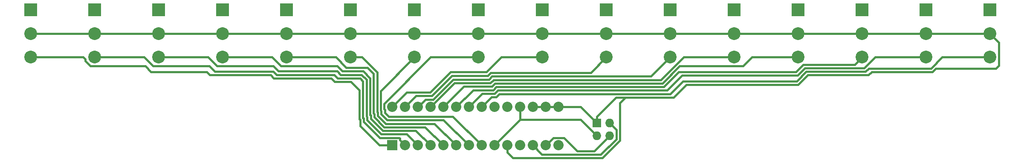
<source format=gbr>
G04 #@! TF.FileFunction,Copper,L2,Bot,Signal*
%FSLAX46Y46*%
G04 Gerber Fmt 4.6, Leading zero omitted, Abs format (unit mm)*
G04 Created by KiCad (PCBNEW 4.0.2-stable) date Tuesday, 09 August 2016 'pmt' 12:03:11*
%MOMM*%
G01*
G04 APERTURE LIST*
%ADD10C,0.100000*%
%ADD11R,1.727200X1.727200*%
%ADD12O,1.727200X1.727200*%
%ADD13R,2.032000X2.032000*%
%ADD14C,2.032000*%
%ADD15R,2.540000X2.540000*%
%ADD16C,2.540000*%
%ADD17C,0.400000*%
G04 APERTURE END LIST*
D10*
D11*
X188595000Y-41910000D03*
D12*
X191135000Y-41910000D03*
X188595000Y-44450000D03*
X191135000Y-44450000D03*
D13*
X147955000Y-46355000D03*
D14*
X150495000Y-46355000D03*
X153035000Y-46355000D03*
X155575000Y-46355000D03*
X158115000Y-46355000D03*
X160655000Y-46355000D03*
X163195000Y-46355000D03*
X165735000Y-46355000D03*
X168275000Y-46355000D03*
X170815000Y-46355000D03*
X173355000Y-46355000D03*
X175895000Y-46355000D03*
X178435000Y-46355000D03*
X180975000Y-46355000D03*
X180975000Y-38735000D03*
X178435000Y-38735000D03*
X175895000Y-38735000D03*
X173355000Y-38735000D03*
X170815000Y-38735000D03*
X168275000Y-38735000D03*
X165735000Y-38735000D03*
X163195000Y-38735000D03*
X160655000Y-38735000D03*
X158115000Y-38735000D03*
X155575000Y-38735000D03*
X153035000Y-38735000D03*
X150495000Y-38735000D03*
X147955000Y-38735000D03*
D15*
X266700000Y-19431000D03*
D16*
X266700000Y-24130000D03*
X266700000Y-28829000D03*
D15*
X254000000Y-19431000D03*
D16*
X254000000Y-24130000D03*
X254000000Y-28829000D03*
D15*
X241300000Y-19431000D03*
D16*
X241300000Y-24130000D03*
X241300000Y-28829000D03*
D15*
X228600000Y-19431000D03*
D16*
X228600000Y-24130000D03*
X228600000Y-28829000D03*
D15*
X215900000Y-19431000D03*
D16*
X215900000Y-24130000D03*
X215900000Y-28829000D03*
D15*
X203200000Y-19431000D03*
D16*
X203200000Y-24130000D03*
X203200000Y-28829000D03*
D15*
X190500000Y-19431000D03*
D16*
X190500000Y-24130000D03*
X190500000Y-28829000D03*
D15*
X177800000Y-19431000D03*
D16*
X177800000Y-24130000D03*
X177800000Y-28829000D03*
D15*
X165100000Y-19431000D03*
D16*
X165100000Y-24130000D03*
X165100000Y-28829000D03*
D15*
X152400000Y-19431000D03*
D16*
X152400000Y-24130000D03*
X152400000Y-28829000D03*
D15*
X139700000Y-19431000D03*
D16*
X139700000Y-24130000D03*
X139700000Y-28829000D03*
D15*
X127000000Y-19431000D03*
D16*
X127000000Y-24130000D03*
X127000000Y-28829000D03*
D15*
X114300000Y-19431000D03*
D16*
X114300000Y-24130000D03*
X114300000Y-28829000D03*
D15*
X101600000Y-19431000D03*
D16*
X101600000Y-24130000D03*
X101600000Y-28829000D03*
D15*
X88900000Y-19431000D03*
D16*
X88900000Y-24130000D03*
X88900000Y-28829000D03*
D15*
X76200000Y-19431000D03*
D16*
X76200000Y-24130000D03*
X76200000Y-28829000D03*
D17*
X179070000Y-24130000D02*
X166370000Y-24130000D01*
X166370000Y-24130000D02*
X76200000Y-24130000D01*
X177800000Y-24130000D02*
X166370000Y-24130000D01*
X177800000Y-24130000D02*
X190500000Y-24130000D01*
X180975000Y-38735000D02*
X178435000Y-38735000D01*
X256540000Y-24130000D02*
X179070000Y-24130000D01*
X177800000Y-24130000D02*
X179070000Y-24130000D01*
X88900000Y-24130000D02*
X76200000Y-24130000D01*
X101600000Y-24130000D02*
X88900000Y-24130000D01*
X114300000Y-24130000D02*
X101600000Y-24130000D01*
X127000000Y-24130000D02*
X114300000Y-24130000D01*
X139700000Y-24130000D02*
X127000000Y-24130000D01*
X152400000Y-24130000D02*
X139700000Y-24130000D01*
X165100000Y-24130000D02*
X152400000Y-24130000D01*
X177800000Y-24130000D02*
X165100000Y-24130000D01*
X203200000Y-24130000D02*
X177800000Y-24130000D01*
X203200000Y-24130000D02*
X215900000Y-24130000D01*
X228600000Y-24130000D02*
X241300000Y-24130000D01*
X215900000Y-24130000D02*
X228600000Y-24130000D01*
X254000000Y-24130000D02*
X241300000Y-24130000D01*
X266700000Y-24130000D02*
X256540000Y-24130000D01*
X256540000Y-24130000D02*
X254000000Y-24130000D01*
X266700000Y-24130000D02*
X268470001Y-25900001D01*
X268470001Y-25900001D02*
X268470001Y-30480000D01*
X268470001Y-30480000D02*
X267835001Y-31115000D01*
X230505000Y-32385000D02*
X228600000Y-34290000D01*
X267835001Y-31115000D02*
X255905000Y-31115000D01*
X242570000Y-32385000D02*
X230505000Y-32385000D01*
X255905000Y-31115000D02*
X255270000Y-31750000D01*
X228600000Y-34290000D02*
X206375000Y-34290000D01*
X255270000Y-31750000D02*
X243205000Y-31750000D01*
X243205000Y-31750000D02*
X242570000Y-32385000D01*
X203835000Y-36830000D02*
X194310000Y-36830000D01*
X206375000Y-34290000D02*
X203835000Y-36830000D01*
X192411400Y-36830000D02*
X194310000Y-36830000D01*
X193198611Y-45394482D02*
X193198611Y-37941389D01*
X193198611Y-37941389D02*
X194310000Y-36830000D01*
X171918160Y-48895000D02*
X189698094Y-48894999D01*
X189698094Y-48894999D02*
X193198611Y-45394482D01*
X170815000Y-46355000D02*
X170815000Y-47791840D01*
X170815000Y-47791840D02*
X171918160Y-48895000D01*
X188595000Y-41910000D02*
X188595000Y-40646400D01*
X185420000Y-38735000D02*
X188595000Y-41910000D01*
X180975000Y-38735000D02*
X185420000Y-38735000D01*
X188595000Y-40646400D02*
X192411400Y-36830000D01*
X175895000Y-38735000D02*
X180975000Y-38735000D01*
X177734989Y-48194989D02*
X175895000Y-46355000D01*
X192498601Y-45104529D02*
X189408141Y-48194989D01*
X192498601Y-43273601D02*
X192498601Y-45104529D01*
X191135000Y-41910000D02*
X192498601Y-43273601D01*
X189408141Y-48194989D02*
X177734989Y-48194989D01*
X173355000Y-41275000D02*
X185420000Y-41275000D01*
X185420000Y-41275000D02*
X188595000Y-44450000D01*
X173355000Y-38735000D02*
X173355000Y-41275000D01*
X173355000Y-41275000D02*
X168275000Y-46355000D01*
X184729908Y-47494978D02*
X188090022Y-47494978D01*
X178435000Y-46355000D02*
X179951001Y-44838999D01*
X182073929Y-44838999D02*
X184729908Y-47494978D01*
X179951001Y-44838999D02*
X182073929Y-44838999D01*
X188090022Y-47494978D02*
X191135000Y-44450000D01*
X88050399Y-30599001D02*
X86995000Y-29543602D01*
X86614000Y-28829000D02*
X76200000Y-28829000D01*
X141605000Y-41274998D02*
X141474981Y-41144979D01*
X136590010Y-33720010D02*
X135890000Y-33020000D01*
X141474981Y-35429981D02*
X139765010Y-33720010D01*
X139765010Y-33720010D02*
X136590010Y-33720010D01*
X86995000Y-29543602D02*
X86995000Y-29210000D01*
X141474981Y-41144979D02*
X141474981Y-35429981D01*
X147955000Y-46355000D02*
X145415000Y-46355000D01*
X123825000Y-32385000D02*
X111760000Y-32385000D01*
X135890000Y-33020000D02*
X124460000Y-33020000D01*
X124460000Y-33020000D02*
X123825000Y-32385000D01*
X145415000Y-46355000D02*
X141605000Y-42545000D01*
X141605000Y-42545000D02*
X141605000Y-41274998D01*
X111760000Y-32385000D02*
X111125000Y-31750000D01*
X111125000Y-31750000D02*
X100091998Y-31750000D01*
X100091998Y-31750000D02*
X98940999Y-30599001D01*
X98940999Y-30599001D02*
X88050399Y-30599001D01*
X86995000Y-29210000D02*
X86614000Y-28829000D01*
X88900000Y-28829000D02*
X98679000Y-28829000D01*
X111640999Y-30599001D02*
X112726987Y-31684989D01*
X149479001Y-45339001D02*
X150495000Y-46355000D01*
X149371001Y-44838999D02*
X149479001Y-44946999D01*
X142305011Y-41620046D02*
X145523964Y-44838999D01*
X142174992Y-40855025D02*
X142305011Y-40985044D01*
X137159999Y-33019999D02*
X141605000Y-33020000D01*
X112726987Y-31684989D02*
X124394989Y-31684989D01*
X125029989Y-32319989D02*
X136459989Y-32319989D01*
X100449001Y-30599001D02*
X111640999Y-30599001D01*
X149479001Y-44946999D02*
X149479001Y-45339001D01*
X98679000Y-28829000D02*
X100449001Y-30599001D01*
X141605000Y-33020000D02*
X142174991Y-33589991D01*
X136459989Y-32319989D02*
X137159999Y-33019999D01*
X124394989Y-31684989D02*
X125029989Y-32319989D01*
X142305011Y-40985044D02*
X142305011Y-41620046D01*
X145523964Y-44838999D02*
X149371001Y-44838999D01*
X142174991Y-33589991D02*
X142174992Y-40855025D01*
X150820054Y-44140054D02*
X153035000Y-46355000D01*
X143005022Y-40695090D02*
X143005022Y-41330091D01*
X142875002Y-40565070D02*
X143005022Y-40695090D01*
X141894954Y-32319989D02*
X142875002Y-33300037D01*
X137029978Y-31619978D02*
X137729989Y-32319989D01*
X101600000Y-28829000D02*
X111379000Y-28829000D01*
X137729989Y-32319989D02*
X141894954Y-32319989D01*
X142875002Y-33300037D02*
X142875002Y-40565070D01*
X113149001Y-30599001D02*
X124340999Y-30599001D01*
X124340999Y-30599001D02*
X125361976Y-31619978D01*
X143005022Y-41330091D02*
X145813918Y-44138988D01*
X149662021Y-44140054D02*
X150820054Y-44140054D01*
X149660955Y-44138988D02*
X149662021Y-44140054D01*
X125361976Y-31619978D02*
X137029978Y-31619978D01*
X145813918Y-44138988D02*
X149660955Y-44138988D01*
X111379000Y-28829000D02*
X113149001Y-30599001D01*
X146103872Y-43438977D02*
X149950909Y-43438977D01*
X149950909Y-43438977D02*
X149951975Y-43440043D01*
X124079000Y-28829000D02*
X125849001Y-30599001D01*
X152660043Y-43440043D02*
X155575000Y-46355000D01*
X143575013Y-40275118D02*
X143705033Y-40405138D01*
X143575013Y-33010083D02*
X143575013Y-40275118D01*
X125849001Y-30599001D02*
X137040999Y-30599001D01*
X114300000Y-28829000D02*
X124079000Y-28829000D01*
X143705033Y-40405138D02*
X143705033Y-41040137D01*
X149951975Y-43440043D02*
X152660043Y-43440043D01*
X142184908Y-31619978D02*
X143575013Y-33010083D01*
X137040999Y-30599001D02*
X138061976Y-31619978D01*
X143705033Y-41040137D02*
X146103872Y-43438977D01*
X138061976Y-31619978D02*
X142184908Y-31619978D01*
X136779000Y-28829000D02*
X138869967Y-30919967D01*
X154500032Y-42740032D02*
X158115000Y-46355000D01*
X144405044Y-40115184D02*
X144405044Y-40750183D01*
X150241929Y-42740032D02*
X154500032Y-42740032D01*
X150240863Y-42738966D02*
X150241929Y-42740032D01*
X146393826Y-42738966D02*
X150240863Y-42738966D01*
X138869967Y-30919967D02*
X143109862Y-30919967D01*
X127000000Y-28829000D02*
X136779000Y-28829000D01*
X143109862Y-30919967D02*
X144275024Y-32085129D01*
X144275024Y-39985164D02*
X144405044Y-40115184D01*
X144275024Y-32085129D02*
X144275024Y-39985164D01*
X144405044Y-40750183D02*
X146393826Y-42738966D01*
X145105055Y-40460229D02*
X146683780Y-42038955D01*
X146683780Y-42038955D02*
X150530817Y-42038955D01*
X144975035Y-39695210D02*
X145105055Y-39825230D01*
X156340021Y-42040021D02*
X160655000Y-46355000D01*
X142008860Y-28829000D02*
X144975035Y-31795175D01*
X150531883Y-42040021D02*
X156340021Y-42040021D01*
X139700000Y-28829000D02*
X142008860Y-28829000D01*
X150530817Y-42038955D02*
X150531883Y-42040021D01*
X145105055Y-39825230D02*
X145105055Y-40460229D01*
X144975035Y-31795175D02*
X144975035Y-39695210D01*
X145805066Y-40170275D02*
X145805066Y-39535276D01*
X145675046Y-35553954D02*
X152400000Y-28829000D01*
X163195000Y-46355000D02*
X158178944Y-41338944D01*
X145805066Y-39535276D02*
X145675046Y-39405256D01*
X146973734Y-41338944D02*
X145805066Y-40170275D01*
X145675046Y-39405256D02*
X145675046Y-35553954D01*
X158178944Y-41338944D02*
X146973734Y-41338944D01*
X160018933Y-40638933D02*
X165735000Y-46355000D01*
X146505077Y-39880322D02*
X147263688Y-40638933D01*
X146505077Y-39245322D02*
X146505077Y-39880322D01*
X146375057Y-39115302D02*
X146505077Y-39245322D01*
X155617318Y-28829000D02*
X146375057Y-38071261D01*
X147263688Y-40638933D02*
X160018933Y-40638933D01*
X165100000Y-28829000D02*
X155617318Y-28829000D01*
X146375057Y-38071261D02*
X146375057Y-39115302D01*
X169626282Y-28829000D02*
X177800000Y-28829000D01*
X166692275Y-31763007D02*
X169626282Y-28829000D01*
X159577099Y-31763007D02*
X166692275Y-31763007D01*
X155521129Y-35818977D02*
X159577099Y-31763007D01*
X150871023Y-35818977D02*
X155521129Y-35818977D01*
X147955000Y-38735000D02*
X150871023Y-35818977D01*
X152711012Y-36518988D02*
X150495000Y-38735000D01*
X155811083Y-36518988D02*
X152711012Y-36518988D01*
X159833085Y-32496986D02*
X155811083Y-36518988D01*
X166948261Y-32496986D02*
X159833085Y-32496986D01*
X167515322Y-31929924D02*
X166948261Y-32496986D01*
X187399076Y-31929924D02*
X167515322Y-31929924D01*
X190500000Y-28829000D02*
X187399076Y-31929924D01*
X156101037Y-37218999D02*
X160055100Y-33264935D01*
X153035000Y-38735000D02*
X154551001Y-37218999D01*
X154551001Y-37218999D02*
X156101037Y-37218999D01*
X160055100Y-33264935D02*
X167170277Y-33264935D01*
X167170277Y-33264935D02*
X167805276Y-32629935D01*
X167805276Y-32629935D02*
X199399065Y-32629935D01*
X199399065Y-32629935D02*
X203200000Y-28829000D01*
X160345054Y-33964946D02*
X155575000Y-38735000D01*
X167460231Y-33964946D02*
X160345054Y-33964946D01*
X201350093Y-33329946D02*
X168095230Y-33329946D01*
X168095230Y-33329946D02*
X167460231Y-33964946D01*
X215900000Y-28829000D02*
X205851039Y-28829000D01*
X205851039Y-28829000D02*
X201350093Y-33329946D01*
X201640047Y-34029957D02*
X168385184Y-34029957D01*
X168385184Y-34029957D02*
X167750185Y-34664957D01*
X219456000Y-28829000D02*
X217685999Y-30599001D01*
X162185043Y-34664957D02*
X158115000Y-38735000D01*
X228600000Y-28829000D02*
X219456000Y-28829000D01*
X217685999Y-30599001D02*
X205071003Y-30599001D01*
X167750185Y-34664957D02*
X162185043Y-34664957D01*
X205071003Y-30599001D02*
X201640047Y-34029957D01*
X164025032Y-35364968D02*
X160655000Y-38735000D01*
X204909968Y-31750000D02*
X201930000Y-34729968D01*
X228170105Y-31750000D02*
X204909968Y-31750000D01*
X229635138Y-30284967D02*
X228170105Y-31750000D01*
X168040139Y-35364968D02*
X164025032Y-35364968D01*
X168675138Y-34729968D02*
X168040139Y-35364968D01*
X201930000Y-34729968D02*
X168675138Y-34729968D01*
X239844033Y-30284967D02*
X229635138Y-30284967D01*
X241300000Y-28829000D02*
X239844033Y-30284967D01*
X168330093Y-36064979D02*
X165865021Y-36064979D01*
X229925092Y-30984978D02*
X228460060Y-32450010D01*
X165865021Y-36064979D02*
X163195000Y-38735000D01*
X202565000Y-35429979D02*
X168965092Y-35429979D01*
X205544969Y-32450010D02*
X202565000Y-35429979D01*
X168965092Y-35429979D02*
X168330093Y-36064979D01*
X254000000Y-28829000D02*
X243866036Y-28829000D01*
X243866036Y-28829000D02*
X241710058Y-30984978D01*
X241710058Y-30984978D02*
X229925092Y-30984978D01*
X228460060Y-32450010D02*
X205544969Y-32450010D01*
X205740001Y-33589989D02*
X203200000Y-36129990D01*
X228310046Y-33589989D02*
X205740001Y-33589989D01*
X230215046Y-31684989D02*
X228310046Y-33589989D01*
X242000011Y-31684989D02*
X230215046Y-31684989D01*
X254980047Y-31049989D02*
X242635011Y-31049989D01*
X257201036Y-28829000D02*
X254980047Y-31049989D01*
X266700000Y-28829000D02*
X257201036Y-28829000D01*
X242635011Y-31049989D02*
X242000011Y-31684989D01*
X203200000Y-36129990D02*
X169255046Y-36129990D01*
X167705010Y-36764990D02*
X165735000Y-38735000D01*
X169255046Y-36129990D02*
X168620046Y-36764990D01*
X168620046Y-36764990D02*
X167705010Y-36764990D01*
M02*

</source>
